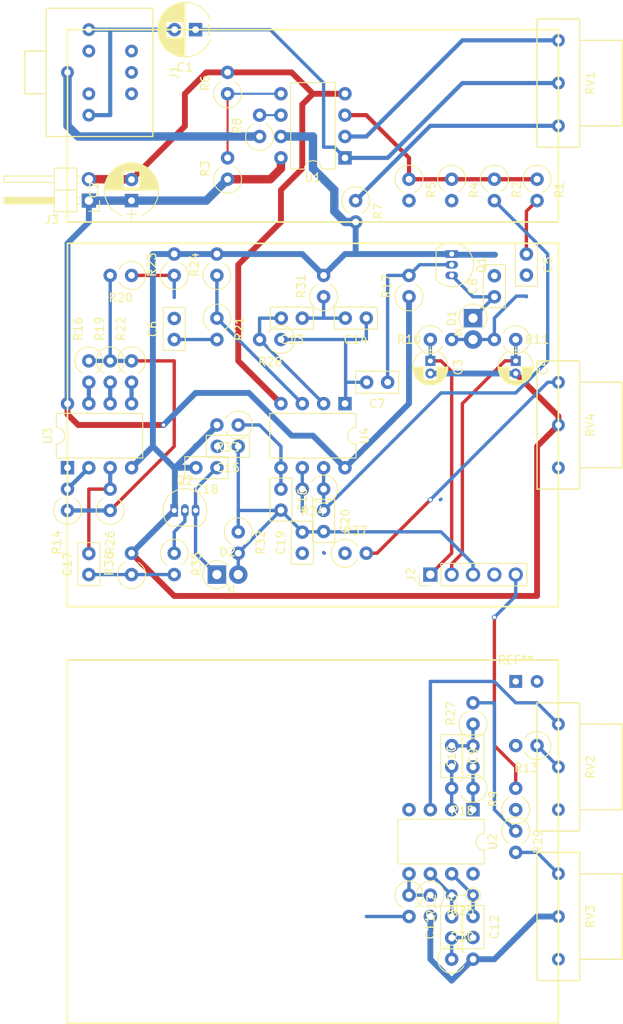
<source format=kicad_pcb>
(kicad_pcb (version 4) (host pcbnew 4.0.7)
  (layers (0 F.Cu signal) (31 B.Cu signal) (34 B.Paste user hide) (35 F.Paste user hide) (36 B.SilkS user hide) (37 F.SilkS user) (38 B.Mask user hide) (39 F.Mask user hide) (44 Edge.Cuts user))
  (net 0 "")
  (net 1 "Net-(C1-Pad1)")
  (net 2 "Net-(C1-Pad2)")
  (net 3 +BATT)
  (net 4 -BATT)
  (net 5 CH)
  (net 6 GND)
  (net 7 OH)
  (net 8 HAT_MIX)
  (net 9 "Net-(C5-Pad2)")
  (net 10 "Net-(C6-Pad1)")
  (net 11 "Net-(C6-Pad2)")
  (net 12 "Net-(C7-Pad1)")
  (net 13 "Net-(C14-Pad1)")
  (net 14 "Net-(C8-Pad1)")
  (net 15 "Net-(C10-Pad2)")
  (net 16 "Net-(C9-Pad2)")
  (net 17 BD_MIX)
  (net 18 "Net-(C11-Pad1)")
  (net 19 "Net-(C11-Pad2)")
  (net 20 HT_MIX)
  (net 21 "Net-(C13-Pad1)")
  (net 22 "Net-(C13-Pad2)")
  (net 23 SD)
  (net 24 "Net-(C16-Pad1)")
  (net 25 "Net-(C16-Pad2)")
  (net 26 "Net-(C17-Pad1)")
  (net 27 "Net-(C17-Pad2)")
  (net 28 "Net-(C18-Pad1)")
  (net 29 "Net-(C19-Pad1)")
  (net 30 "Net-(C19-Pad2)")
  (net 31 SD_MIX)
  (net 32 HT)
  (net 33 BD)
  (net 34 "Net-(Q2-Pad2)")
  (net 35 "Net-(R1-Pad1)")
  (net 36 "Net-(R3-Pad2)")
  (net 37 "Net-(R7-Pad1)")
  (net 38 "Net-(R8-Pad2)")
  (net 39 "Net-(R9-Pad1)")
  (net 40 "Net-(R12-Pad1)")
  (net 41 "Net-(R13-Pad1)")
  (net 42 "Net-(R14-Pad1)")
  (net 43 "Net-(R14-Pad2)")
  (net 44 "Net-(R16-Pad2)")
  (net 45 "Net-(R19-Pad2)")
  (net 46 "Net-(R21-Pad1)")
  (net 47 "Net-(R22-Pad2)")
  (net 48 "Net-(R27-Pad2)")
  (net 49 "Net-(R29-Pad2)")
  (net 50 "Net-(R37-Pad2)")
  (net 51 "Net-(RV1-Pad2)")
  (net 52 "Net-(RV2-Pad2)")
  (net 53 "Net-(RV3-Pad1)")
  (net 54 "Net-(RV4-Pad1)")
  (net 55 "Net-(U3-Pad1)")
  (net 56 "Net-(J1-Pad6)")
  (net 57 "Net-(J1-Pad4)")
  (net 58 "Net-(J1-Pad5)")
  (module Resistors_THT:R_Axial_DIN0309_L9.0mm_D3.2mm_P2.54mm_Vertical (layer F.Cu) (at 93.98 53.34 270)
    (fp_text reference R21 (at 1.27 -2.66 270) (layer F.SilkS))
    (fp_text value 22K)
    (pad 1 thru_hole circle (at 0 0 270) (size 1.6 1.6) (drill 0.8) (layers *.Cu *.Mask) (net 46 "Net-(R21-Pad1)"))
    (pad 2 thru_hole oval (at 2.54 0 270) (size 1.6 1.6) (drill 0.8) (layers *.Cu *.Mask) (net 10 "Net-(C6-Pad1)"))
  )
  (module Housings_DIP:DIP-8_W7.62mm (layer F.Cu) (at 109.22 63.5 270)
    (fp_text reference U4 (at 3.81 -2.33 270) (layer F.SilkS))
    (fp_text value TL072)
    (pad 1 thru_hole rect (at 0 0 270) (size 1.6 1.6) (drill 0.8) (layers *.Cu *.Mask) (net 13 "Net-(C14-Pad1)"))
    (pad 5 thru_hole oval (at 7.62 7.62 270) (size 1.6 1.6) (drill 0.8) (layers *.Cu *.Mask) (net 24 "Net-(C16-Pad1)"))
    (pad 2 thru_hole oval (at 0 2.54 270) (size 1.6 1.6) (drill 0.8) (layers *.Cu *.Mask) (net 22 "Net-(C13-Pad2)"))
    (pad 6 thru_hole oval (at 7.62 5.08 270) (size 1.6 1.6) (drill 0.8) (layers *.Cu *.Mask) (net 30 "Net-(C19-Pad2)"))
    (pad 3 thru_hole oval (at 0 5.08 270) (size 1.6 1.6) (drill 0.8) (layers *.Cu *.Mask) (net 46 "Net-(R21-Pad1)"))
    (pad 7 thru_hole oval (at 7.62 2.54 270) (size 1.6 1.6) (drill 0.8) (layers *.Cu *.Mask) (net 31 SD_MIX))
    (pad 4 thru_hole oval (at 0 7.62 270) (size 1.6 1.6) (drill 0.8) (layers *.Cu *.Mask) (net 4 -BATT))
    (pad 8 thru_hole oval (at 7.62 0 270) (size 1.6 1.6) (drill 0.8) (layers *.Cu *.Mask) (net 3 +BATT))
  )
  (module Capacitors_THT:CP_Radial_D6.3mm_P2.50mm (layer F.Cu) (at 91.44 19.05 180)
    (fp_text reference C1 (at 1.25 -4.46 180) (layer F.SilkS))
    (fp_text value 220u)
    (pad 1 thru_hole rect (at 0 0 180) (size 1.6 1.6) (drill 0.8) (layers *.Cu *.Mask) (net 1 "Net-(C1-Pad1)"))
    (pad 2 thru_hole circle (at 2.5 0 180) (size 1.6 1.6) (drill 0.8) (layers *.Cu *.Mask) (net 2 "Net-(C1-Pad2)"))
  )
  (module Capacitors_THT:CP_Radial_D6.3mm_P2.50mm (layer F.Cu) (at 83.82 39.37 90)
    (fp_text reference C2 (at 1.25 -4.46 90) (layer F.SilkS))
    (fp_text value 220u)
    (pad 1 thru_hole rect (at 0 0 90) (size 1.6 1.6) (drill 0.8) (layers *.Cu *.Mask) (net 3 +BATT))
    (pad 2 thru_hole circle (at 2.5 0 90) (size 1.6 1.6) (drill 0.8) (layers *.Cu *.Mask) (net 4 -BATT))
  )
  (module Capacitors_THT:CP_Radial_D4.0mm_P1.50mm (layer F.Cu) (at 119.38 58.42 270)
    (fp_text reference C3 (at 0.75 -3.31 270) (layer F.SilkS))
    (fp_text value 1u)
    (pad 1 thru_hole rect (at 0 0 270) (size 1.2 1.2) (drill 0.6) (layers *.Cu *.Mask) (net 5 CH))
    (pad 2 thru_hole circle (at 1.5 0 270) (size 1.2 1.2) (drill 0.6) (layers *.Cu *.Mask) (net 6 GND))
  )
  (module Capacitors_THT:CP_Radial_D4.0mm_P1.50mm (layer F.Cu) (at 129.54 58.42 270)
    (fp_text reference C4 (at 0.75 -3.31 270) (layer F.SilkS))
    (fp_text value 2u2)
    (pad 1 thru_hole rect (at 0 0 270) (size 1.2 1.2) (drill 0.6) (layers *.Cu *.Mask) (net 7 OH))
    (pad 2 thru_hole circle (at 1.5 0 270) (size 1.2 1.2) (drill 0.6) (layers *.Cu *.Mask) (net 6 GND))
  )
  (module Diodes_THT:D_DO-41_SOD81_P2.54mm_Vertical_AnodeUp (layer F.Cu) (at 124.46 53.34 270)
    (fp_text reference D1 (at 0 2.54 270) (layer F.SilkS))
    (fp_text value D)
    (pad 1 thru_hole rect (at 0 0 270) (size 2.2 2.2) (drill 1.1) (layers *.Cu *.Mask) (net 14 "Net-(C8-Pad1)"))
    (pad 2 thru_hole oval (at 2.54 0 270) (size 2.2 2.2) (drill 1.1) (layers *.Cu *.Mask) (net 9 "Net-(C5-Pad2)"))
  )
  (module Diodes_THT:D_DO-41_SOD81_P2.54mm_Vertical_AnodeUp (layer F.Cu) (at 93.98 83.82)
    (fp_text reference D2 (at 1.27 -2.690635) (layer F.SilkS))
    (fp_text value D)
    (pad 1 thru_hole rect (at 0 0) (size 2.2 2.2) (drill 1.1) (layers *.Cu *.Mask) (net 28 "Net-(C18-Pad1)"))
    (pad 2 thru_hole oval (at 2.54 0) (size 2.2 2.2) (drill 1.1) (layers *.Cu *.Mask) (net 25 "Net-(C16-Pad2)"))
  )
  (module Pin_Headers:Pin_Header_Straight_1x05_Pitch2.54mm (layer F.Cu) (at 119.38 83.82 90)
    (fp_text reference J2 (at 0 -2.33 90) (layer F.SilkS))
    (fp_text value MIDIMonkey)
    (pad 1 thru_hole rect (at 0 0 90) (size 1.7 1.7) (drill 1) (layers *.Cu *.Mask) (net 5 CH))
    (pad 2 thru_hole oval (at 0 2.54 90) (size 1.7 1.7) (drill 1) (layers *.Cu *.Mask) (net 7 OH))
    (pad 3 thru_hole oval (at 0 5.08 90) (size 1.7 1.7) (drill 1) (layers *.Cu *.Mask) (net 23 SD))
    (pad 4 thru_hole oval (at 0 7.62 90) (size 1.7 1.7) (drill 1) (layers *.Cu *.Mask) (net 32 HT))
    (pad 5 thru_hole oval (at 0 10.16 90) (size 1.7 1.7) (drill 1) (layers *.Cu *.Mask) (net 33 BD))
  )
  (module TO_SOT_Packages_THT:TO-92_Inline_Narrow_Oval (layer F.Cu) (at 121.92 45.72 270)
    (fp_text reference Q1 (at 1.27 -3.56 270) (layer F.SilkS))
    (fp_text value 2N3904)
    (pad 2 thru_hole oval (at 1.27 0 90) (size 0.9 1.5) (drill 0.6) (layers *.Cu *.Mask) (net 12 "Net-(C7-Pad1)"))
    (pad 3 thru_hole oval (at 2.54 0 90) (size 0.9 1.5) (drill 0.6) (layers *.Cu *.Mask) (net 14 "Net-(C8-Pad1)"))
    (pad 1 thru_hole rect (at 0 0 90) (size 0.9 1.5) (drill 0.6) (layers *.Cu *.Mask) (net 6 GND))
  )
  (module TO_SOT_Packages_THT:TO-92_Inline_Narrow_Oval (layer F.Cu) (at 88.9 76.2)
    (fp_text reference Q2 (at 1.27 -3.56) (layer F.SilkS))
    (fp_text value 2N3904)
    (pad 2 thru_hole oval (at 1.27 0 180) (size 0.9 1.5) (drill 0.6) (layers *.Cu *.Mask) (net 34 "Net-(Q2-Pad2)"))
    (pad 3 thru_hole oval (at 2.54 0 180) (size 0.9 1.5) (drill 0.6) (layers *.Cu *.Mask) (net 28 "Net-(C18-Pad1)"))
    (pad 1 thru_hole rect (at 0 0 180) (size 0.9 1.5) (drill 0.6) (layers *.Cu *.Mask) (net 6 GND))
  )
  (module Resistors_THT:R_Axial_DIN0309_L9.0mm_D3.2mm_P2.54mm_Vertical (layer F.Cu) (at 132.08 36.83 270)
    (fp_text reference R1 (at 1.27 -2.66 270) (layer F.SilkS))
    (fp_text value 6K8)
    (pad 1 thru_hole circle (at 0 0 270) (size 1.6 1.6) (drill 0.8) (layers *.Cu *.Mask) (net 35 "Net-(R1-Pad1)"))
    (pad 2 thru_hole oval (at 2.54 0 270) (size 1.6 1.6) (drill 0.8) (layers *.Cu *.Mask) (net 8 HAT_MIX))
  )
  (module Resistors_THT:R_Axial_DIN0309_L9.0mm_D3.2mm_P2.54mm_Vertical (layer F.Cu) (at 127 36.83 270)
    (fp_text reference R2 (at 1.27 -2.66 270) (layer F.SilkS))
    (fp_text value 10K)
    (pad 1 thru_hole circle (at 0 0 270) (size 1.6 1.6) (drill 0.8) (layers *.Cu *.Mask) (net 35 "Net-(R1-Pad1)"))
    (pad 2 thru_hole oval (at 2.54 0 270) (size 1.6 1.6) (drill 0.8) (layers *.Cu *.Mask) (net 31 SD_MIX))
  )
  (module Resistors_THT:R_Axial_DIN0309_L9.0mm_D3.2mm_P2.54mm_Vertical (layer F.Cu) (at 95.25 36.83 90)
    (fp_text reference R3 (at 1.27 -2.66 90) (layer F.SilkS))
    (fp_text value 5K1)
    (pad 1 thru_hole circle (at 0 0 90) (size 1.6 1.6) (drill 0.8) (layers *.Cu *.Mask) (net 3 +BATT))
    (pad 2 thru_hole oval (at 2.54 0 90) (size 1.6 1.6) (drill 0.8) (layers *.Cu *.Mask) (net 36 "Net-(R3-Pad2)"))
  )
  (module Resistors_THT:R_Axial_DIN0309_L9.0mm_D3.2mm_P2.54mm_Vertical (layer F.Cu) (at 121.92 36.83 270)
    (fp_text reference R4 (at 1.27 -2.66 270) (layer F.SilkS))
    (fp_text value 20K)
    (pad 1 thru_hole circle (at 0 0 270) (size 1.6 1.6) (drill 0.8) (layers *.Cu *.Mask) (net 35 "Net-(R1-Pad1)"))
    (pad 2 thru_hole oval (at 2.54 0 270) (size 1.6 1.6) (drill 0.8) (layers *.Cu *.Mask) (net 17 BD_MIX))
  )
  (module Resistors_THT:R_Axial_DIN0309_L9.0mm_D3.2mm_P2.54mm_Vertical (layer F.Cu) (at 116.84 36.83 270)
    (fp_text reference R5 (at 1.27 -2.66 270) (layer F.SilkS))
    (fp_text value 10K)
    (pad 1 thru_hole circle (at 0 0 270) (size 1.6 1.6) (drill 0.8) (layers *.Cu *.Mask) (net 35 "Net-(R1-Pad1)"))
    (pad 2 thru_hole oval (at 2.54 0 270) (size 1.6 1.6) (drill 0.8) (layers *.Cu *.Mask) (net 20 HT_MIX))
  )
  (module Resistors_THT:R_Axial_DIN0309_L9.0mm_D3.2mm_P2.54mm_Vertical (layer F.Cu) (at 95.25 26.67 90)
    (fp_text reference R6 (at 1.27 -2.66 90) (layer F.SilkS))
    (fp_text value 5K1)
    (pad 1 thru_hole circle (at 0 0 90) (size 1.6 1.6) (drill 0.8) (layers *.Cu *.Mask) (net 36 "Net-(R3-Pad2)"))
    (pad 2 thru_hole oval (at 2.54 0 90) (size 1.6 1.6) (drill 0.8) (layers *.Cu *.Mask) (net 4 -BATT))
  )
  (module Resistors_THT:R_Axial_DIN0309_L9.0mm_D3.2mm_P2.54mm_Vertical (layer F.Cu) (at 110.49 39.37 270)
    (fp_text reference R7 (at 1.27 -2.66 270) (layer F.SilkS))
    (fp_text value 5K)
    (pad 1 thru_hole circle (at 0 0 270) (size 1.6 1.6) (drill 0.8) (layers *.Cu *.Mask) (net 37 "Net-(R7-Pad1)"))
    (pad 2 thru_hole oval (at 2.54 0 270) (size 1.6 1.6) (drill 0.8) (layers *.Cu *.Mask) (net 6 GND))
  )
  (module Resistors_THT:R_Axial_DIN0309_L9.0mm_D3.2mm_P2.54mm_Vertical (layer F.Cu) (at 99.06 31.75 90)
    (fp_text reference R8 (at 1.27 -2.66 90) (layer F.SilkS))
    (fp_text value 1K)
    (pad 1 thru_hole circle (at 0 0 90) (size 1.6 1.6) (drill 0.8) (layers *.Cu *.Mask) (net 6 GND))
    (pad 2 thru_hole oval (at 2.54 0 90) (size 1.6 1.6) (drill 0.8) (layers *.Cu *.Mask) (net 38 "Net-(R8-Pad2)"))
  )
  (module Resistors_THT:R_Axial_DIN0309_L9.0mm_D3.2mm_P2.54mm_Vertical (layer F.Cu) (at 129.54 111.76 90)
    (fp_text reference R9 (at 1.27 -2.66 90) (layer F.SilkS))
    (fp_text value 10K)
    (pad 1 thru_hole circle (at 0 0 90) (size 1.6 1.6) (drill 0.8) (layers *.Cu *.Mask) (net 39 "Net-(R9-Pad1)"))
    (pad 2 thru_hole oval (at 2.54 0 90) (size 1.6 1.6) (drill 0.8) (layers *.Cu *.Mask) (net 33 BD))
  )
  (module Resistors_THT:R_Axial_DIN0309_L9.0mm_D3.2mm_P2.54mm_Vertical (layer F.Cu) (at 119.38 55.88)
    (fp_text reference R10 (at -2.54 0) (layer F.SilkS))
    (fp_text value 47K)
    (pad 1 thru_hole circle (at 0 0) (size 1.6 1.6) (drill 0.8) (layers *.Cu *.Mask) (net 5 CH))
    (pad 2 thru_hole oval (at 2.54 0) (size 1.6 1.6) (drill 0.8) (layers *.Cu *.Mask) (net 9 "Net-(C5-Pad2)"))
  )
  (module Resistors_THT:R_Axial_DIN0309_L9.0mm_D3.2mm_P2.54mm_Vertical (layer F.Cu) (at 129.54 55.88 180)
    (fp_text reference R11 (at -2.54 0 180) (layer F.SilkS))
    (fp_text value 47K)
    (pad 1 thru_hole circle (at 0 0 180) (size 1.6 1.6) (drill 0.8) (layers *.Cu *.Mask) (net 7 OH))
    (pad 2 thru_hole oval (at 2.54 0 180) (size 1.6 1.6) (drill 0.8) (layers *.Cu *.Mask) (net 9 "Net-(C5-Pad2)"))
  )
  (module Resistors_THT:R_Axial_DIN0309_L9.0mm_D3.2mm_P2.54mm_Vertical (layer F.Cu) (at 116.84 121.92 270)
    (fp_text reference R12 (at 1.27 -2.66 270) (layer F.SilkS))
    (fp_text value 47K)
    (pad 1 thru_hole circle (at 0 0 270) (size 1.6 1.6) (drill 0.8) (layers *.Cu *.Mask) (net 40 "Net-(R12-Pad1)"))
    (pad 2 thru_hole oval (at 2.54 0 270) (size 1.6 1.6) (drill 0.8) (layers *.Cu *.Mask) (net 32 HT))
  )
  (module Resistors_THT:R_Axial_DIN0309_L9.0mm_D3.2mm_P2.54mm_Vertical (layer F.Cu) (at 132.08 104.14 180)
    (fp_text reference R13 (at 1.27 -2.66 180) (layer F.SilkS))
    (fp_text value 200)
    (pad 1 thru_hole circle (at 0 0 180) (size 1.6 1.6) (drill 0.8) (layers *.Cu *.Mask) (net 41 "Net-(R13-Pad1)"))
    (pad 2 thru_hole oval (at 2.54 0 180) (size 1.6 1.6) (drill 0.8) (layers *.Cu *.Mask) (net 6 GND))
  )
  (module Resistors_THT:R_Axial_DIN0309_L9.0mm_D3.2mm_P2.54mm_Vertical (layer F.Cu) (at 76.2 76.2 90)
    (fp_text reference R14 (at -3.81 -1.27 90) (layer F.SilkS))
    (fp_text value 100K)
    (pad 1 thru_hole circle (at 0 0 90) (size 1.6 1.6) (drill 0.8) (layers *.Cu *.Mask) (net 42 "Net-(R14-Pad1)"))
    (pad 2 thru_hole oval (at 2.54 0 90) (size 1.6 1.6) (drill 0.8) (layers *.Cu *.Mask) (net 43 "Net-(R14-Pad2)"))
  )
  (module Resistors_THT:R_Axial_DIN0309_L9.0mm_D3.2mm_P2.54mm_Vertical (layer F.Cu) (at 119.38 121.92 270)
    (fp_text reference R15 (at 1.27 -2.66 270) (layer F.SilkS))
    (fp_text value 1K)
    (pad 1 thru_hole circle (at 0 0 270) (size 1.6 1.6) (drill 0.8) (layers *.Cu *.Mask) (net 40 "Net-(R12-Pad1)"))
    (pad 2 thru_hole oval (at 2.54 0 270) (size 1.6 1.6) (drill 0.8) (layers *.Cu *.Mask) (net 6 GND))
  )
  (module Resistors_THT:R_Axial_DIN0309_L9.0mm_D3.2mm_P2.54mm_Vertical (layer F.Cu) (at 78.74 58.42 270)
    (fp_text reference R16 (at -3.81 1.27 270) (layer F.SilkS))
    (fp_text value 100K)
    (pad 1 thru_hole circle (at 0 0 270) (size 1.6 1.6) (drill 0.8) (layers *.Cu *.Mask) (net 42 "Net-(R14-Pad1)"))
    (pad 2 thru_hole oval (at 2.54 0 270) (size 1.6 1.6) (drill 0.8) (layers *.Cu *.Mask) (net 44 "Net-(R16-Pad2)"))
  )
  (module Resistors_THT:R_Axial_DIN0309_L9.0mm_D3.2mm_P2.54mm_Vertical (layer F.Cu) (at 116.84 50.8 90)
    (fp_text reference R17 (at 1.27 -2.66 90) (layer F.SilkS))
    (fp_text value 1M)
    (pad 1 thru_hole circle (at 0 0 90) (size 1.6 1.6) (drill 0.8) (layers *.Cu *.Mask) (net 3 +BATT))
    (pad 2 thru_hole oval (at 2.54 0 90) (size 1.6 1.6) (drill 0.8) (layers *.Cu *.Mask) (net 12 "Net-(C7-Pad1)"))
  )
  (module Resistors_THT:R_Axial_DIN0309_L9.0mm_D3.2mm_P2.54mm_Vertical (layer F.Cu) (at 124.46 109.22 180)
    (fp_text reference R18 (at 1.27 -2.66 180) (layer F.SilkS))
    (fp_text value 1M)
    (pad 1 thru_hole circle (at 0 0 180) (size 1.6 1.6) (drill 0.8) (layers *.Cu *.Mask) (net 17 BD_MIX))
    (pad 2 thru_hole oval (at 2.54 0 180) (size 1.6 1.6) (drill 0.8) (layers *.Cu *.Mask) (net 16 "Net-(C9-Pad2)"))
  )
  (module Resistors_THT:R_Axial_DIN0309_L9.0mm_D3.2mm_P2.54mm_Vertical (layer F.Cu) (at 81.28 58.42 270)
    (fp_text reference R19 (at -3.81 1.27 270) (layer F.SilkS))
    (fp_text value 100K)
    (pad 1 thru_hole circle (at 0 0 270) (size 1.6 1.6) (drill 0.8) (layers *.Cu *.Mask) (net 42 "Net-(R14-Pad1)"))
    (pad 2 thru_hole oval (at 2.54 0 270) (size 1.6 1.6) (drill 0.8) (layers *.Cu *.Mask) (net 45 "Net-(R19-Pad2)"))
  )
  (module Resistors_THT:R_Axial_DIN0309_L9.0mm_D3.2mm_P2.54mm_Vertical (layer F.Cu) (at 83.82 48.26 180)
    (fp_text reference R20 (at 1.27 -2.66 180) (layer F.SilkS))
    (fp_text value 1M)
    (pad 1 thru_hole circle (at 0 0 180) (size 1.6 1.6) (drill 0.8) (layers *.Cu *.Mask) (net 11 "Net-(C6-Pad2)"))
    (pad 2 thru_hole oval (at 2.54 0 180) (size 1.6 1.6) (drill 0.8) (layers *.Cu *.Mask) (net 42 "Net-(R14-Pad1)"))
  )
  (module Resistors_THT:R_Axial_DIN0309_L9.0mm_D3.2mm_P2.54mm_Vertical (layer F.Cu) (at 83.82 58.42 270)
    (fp_text reference R22 (at -3.81 1.27 270) (layer F.SilkS))
    (fp_text value 100K)
    (pad 1 thru_hole circle (at 0 0 270) (size 1.6 1.6) (drill 0.8) (layers *.Cu *.Mask) (net 42 "Net-(R14-Pad1)"))
    (pad 2 thru_hole oval (at 2.54 0 270) (size 1.6 1.6) (drill 0.8) (layers *.Cu *.Mask) (net 47 "Net-(R22-Pad2)"))
  )
  (module Resistors_THT:R_Axial_DIN0309_L9.0mm_D3.2mm_P2.54mm_Vertical (layer F.Cu) (at 88.9 48.26 90)
    (fp_text reference R23 (at 1.27 -2.66 90) (layer F.SilkS))
    (fp_text value 10K)
    (pad 1 thru_hole circle (at 0 0 90) (size 1.6 1.6) (drill 0.8) (layers *.Cu *.Mask) (net 11 "Net-(C6-Pad2)"))
    (pad 2 thru_hole oval (at 2.54 0 90) (size 1.6 1.6) (drill 0.8) (layers *.Cu *.Mask) (net 6 GND))
  )
  (module Resistors_THT:R_Axial_DIN0309_L9.0mm_D3.2mm_P2.54mm_Vertical (layer F.Cu) (at 93.98 48.26 90)
    (fp_text reference R24 (at 1.27 -2.66 90) (layer F.SilkS))
    (fp_text value 10K)
    (pad 1 thru_hole circle (at 0 0 90) (size 1.6 1.6) (drill 0.8) (layers *.Cu *.Mask) (net 46 "Net-(R21-Pad1)"))
    (pad 2 thru_hole oval (at 2.54 0 90) (size 1.6 1.6) (drill 0.8) (layers *.Cu *.Mask) (net 6 GND))
  )
  (module Resistors_THT:R_Axial_DIN0309_L9.0mm_D3.2mm_P2.54mm_Vertical (layer F.Cu) (at 81.28 76.2 90)
    (fp_text reference R26 (at -3.81 0 90) (layer F.SilkS))
    (fp_text value 1M)
    (pad 1 thru_hole circle (at 0 0 90) (size 1.6 1.6) (drill 0.8) (layers *.Cu *.Mask) (net 42 "Net-(R14-Pad1)"))
    (pad 2 thru_hole oval (at 2.54 0 90) (size 1.6 1.6) (drill 0.8) (layers *.Cu *.Mask) (net 27 "Net-(C17-Pad2)"))
  )
  (module Resistors_THT:R_Axial_DIN0309_L9.0mm_D3.2mm_P2.54mm_Vertical (layer F.Cu) (at 124.46 101.6 90)
    (fp_text reference R27 (at 1.27 -2.66 90) (layer F.SilkS))
    (fp_text value 1K)
    (pad 1 thru_hole circle (at 0 0 90) (size 1.6 1.6) (drill 0.8) (layers *.Cu *.Mask) (net 15 "Net-(C10-Pad2)"))
    (pad 2 thru_hole oval (at 2.54 0 90) (size 1.6 1.6) (drill 0.8) (layers *.Cu *.Mask) (net 48 "Net-(R27-Pad2)"))
  )
  (module Resistors_THT:R_Axial_DIN0309_L9.0mm_D3.2mm_P2.54mm_Vertical (layer F.Cu) (at 101.6 55.88 180)
    (fp_text reference R28 (at 1.27 -2.66 180) (layer F.SilkS))
    (fp_text value 82K)
    (pad 1 thru_hole circle (at 0 0 180) (size 1.6 1.6) (drill 0.8) (layers *.Cu *.Mask) (net 13 "Net-(C14-Pad1)"))
    (pad 2 thru_hole oval (at 2.54 0 180) (size 1.6 1.6) (drill 0.8) (layers *.Cu *.Mask) (net 22 "Net-(C13-Pad2)"))
  )
  (module Resistors_THT:R_Axial_DIN0309_L9.0mm_D3.2mm_P2.54mm_Vertical (layer F.Cu) (at 129.54 114.3 270)
    (fp_text reference R29 (at 1.27 -2.66 270) (layer F.SilkS))
    (fp_text value 330)
    (pad 1 thru_hole circle (at 0 0 270) (size 1.6 1.6) (drill 0.8) (layers *.Cu *.Mask) (net 48 "Net-(R27-Pad2)"))
    (pad 2 thru_hole oval (at 2.54 0 270) (size 1.6 1.6) (drill 0.8) (layers *.Cu *.Mask) (net 49 "Net-(R29-Pad2)"))
  )
  (module Resistors_THT:R_Axial_DIN0309_L9.0mm_D3.2mm_P2.54mm_Vertical (layer F.Cu) (at 121.92 129.54)
    (fp_text reference R30 (at 1.27 -2.66) (layer F.SilkS))
    (fp_text value 1K)
    (pad 1 thru_hole circle (at 0 0) (size 1.6 1.6) (drill 0.8) (layers *.Cu *.Mask) (net 18 "Net-(C11-Pad1)"))
    (pad 2 thru_hole oval (at 2.54 0) (size 1.6 1.6) (drill 0.8) (layers *.Cu *.Mask) (net 6 GND))
  )
  (module Resistors_THT:R_Axial_DIN0309_L9.0mm_D3.2mm_P2.54mm_Vertical (layer F.Cu) (at 106.68 50.8 90)
    (fp_text reference R31 (at 1.27 -2.66 90) (layer F.SilkS))
    (fp_text value 560)
    (pad 1 thru_hole circle (at 0 0 90) (size 1.6 1.6) (drill 0.8) (layers *.Cu *.Mask) (net 21 "Net-(C13-Pad1)"))
    (pad 2 thru_hole oval (at 2.54 0 90) (size 1.6 1.6) (drill 0.8) (layers *.Cu *.Mask) (net 6 GND))
  )
  (module Resistors_THT:R_Axial_DIN0309_L9.0mm_D3.2mm_P2.54mm_Vertical (layer F.Cu) (at 96.52 78.74 270)
    (fp_text reference R32 (at 1.27 -2.66 270) (layer F.SilkS))
    (fp_text value 100K)
    (pad 1 thru_hole circle (at 0 0 270) (size 1.6 1.6) (drill 0.8) (layers *.Cu *.Mask) (net 23 SD))
    (pad 2 thru_hole oval (at 2.54 0 270) (size 1.6 1.6) (drill 0.8) (layers *.Cu *.Mask) (net 25 "Net-(C16-Pad2)"))
  )
  (module Resistors_THT:R_Axial_DIN0309_L9.0mm_D3.2mm_P2.54mm_Vertical (layer F.Cu) (at 96.52 66.04 180)
    (fp_text reference R33 (at 1.27 -2.66 180) (layer F.SilkS))
    (fp_text value 1K)
    (pad 1 thru_hole circle (at 0 0 180) (size 1.6 1.6) (drill 0.8) (layers *.Cu *.Mask) (net 24 "Net-(C16-Pad1)"))
    (pad 2 thru_hole oval (at 2.54 0 180) (size 1.6 1.6) (drill 0.8) (layers *.Cu *.Mask) (net 6 GND))
  )
  (module Resistors_THT:R_Axial_DIN0309_L9.0mm_D3.2mm_P2.54mm_Vertical (layer F.Cu) (at 106.68 73.66 180)
    (fp_text reference R34 (at 1.27 -2.66 180) (layer F.SilkS))
    (fp_text value 1M)
    (pad 1 thru_hole circle (at 0 0 180) (size 1.6 1.6) (drill 0.8) (layers *.Cu *.Mask) (net 31 SD_MIX))
    (pad 2 thru_hole oval (at 2.54 0 180) (size 1.6 1.6) (drill 0.8) (layers *.Cu *.Mask) (net 30 "Net-(C19-Pad2)"))
  )
  (module Resistors_THT:R_Axial_DIN0309_L9.0mm_D3.2mm_P2.54mm_Vertical (layer F.Cu) (at 88.9 81.28 270)
    (fp_text reference R35 (at 1.27 -2.66 270) (layer F.SilkS))
    (fp_text value 1M)
    (pad 1 thru_hole circle (at 0 0 270) (size 1.6 1.6) (drill 0.8) (layers *.Cu *.Mask) (net 34 "Net-(Q2-Pad2)"))
    (pad 2 thru_hole oval (at 2.54 0 270) (size 1.6 1.6) (drill 0.8) (layers *.Cu *.Mask) (net 26 "Net-(C17-Pad1)"))
  )
  (module Resistors_THT:R_Axial_DIN0309_L9.0mm_D3.2mm_P2.54mm_Vertical (layer F.Cu) (at 83.82 83.82 90)
    (fp_text reference R36 (at 1.27 -2.66 90) (layer F.SilkS))
    (fp_text value 1M)
    (pad 1 thru_hole circle (at 0 0 90) (size 1.6 1.6) (drill 0.8) (layers *.Cu *.Mask) (net 26 "Net-(C17-Pad1)"))
    (pad 2 thru_hole oval (at 2.54 0 90) (size 1.6 1.6) (drill 0.8) (layers *.Cu *.Mask) (net 6 GND))
  )
  (module Resistors_THT:R_Axial_DIN0309_L9.0mm_D3.2mm_P2.54mm_Vertical (layer F.Cu) (at 109.22 81.28)
    (fp_text reference R37 (at 1.27 -2.66) (layer F.SilkS))
    (fp_text value 330)
    (pad 1 thru_hole circle (at 0 0) (size 1.6 1.6) (drill 0.8) (layers *.Cu *.Mask) (net 29 "Net-(C19-Pad1)"))
    (pad 2 thru_hole oval (at 2.54 0) (size 1.6 1.6) (drill 0.8) (layers *.Cu *.Mask) (net 50 "Net-(R37-Pad2)"))
  )
  (module Housings_DIP:DIP-8_W7.62mm (layer F.Cu) (at 109.22 34.29 180)
    (fp_text reference U1 (at 3.81 -2.33 180) (layer F.SilkS))
    (fp_text value NE5532)
    (pad 1 thru_hole rect (at 0 0 180) (size 1.6 1.6) (drill 0.8) (layers *.Cu *.Mask) (net 1 "Net-(C1-Pad1)"))
    (pad 5 thru_hole oval (at 7.62 7.62 180) (size 1.6 1.6) (drill 0.8) (layers *.Cu *.Mask) (net 36 "Net-(R3-Pad2)"))
    (pad 2 thru_hole oval (at 0 2.54 180) (size 1.6 1.6) (drill 0.8) (layers *.Cu *.Mask) (net 51 "Net-(RV1-Pad2)"))
    (pad 6 thru_hole oval (at 7.62 5.08 180) (size 1.6 1.6) (drill 0.8) (layers *.Cu *.Mask) (net 38 "Net-(R8-Pad2)"))
    (pad 3 thru_hole oval (at 0 5.08 180) (size 1.6 1.6) (drill 0.8) (layers *.Cu *.Mask) (net 35 "Net-(R1-Pad1)"))
    (pad 7 thru_hole oval (at 7.62 2.54 180) (size 1.6 1.6) (drill 0.8) (layers *.Cu *.Mask) (net 6 GND))
    (pad 4 thru_hole oval (at 0 7.62 180) (size 1.6 1.6) (drill 0.8) (layers *.Cu *.Mask) (net 4 -BATT))
    (pad 8 thru_hole oval (at 7.62 0 180) (size 1.6 1.6) (drill 0.8) (layers *.Cu *.Mask) (net 3 +BATT))
  )
  (module Housings_DIP:DIP-8_W7.62mm (layer F.Cu) (at 124.46 111.76 270)
    (fp_text reference U2 (at 3.81 -2.33 270) (layer F.SilkS))
    (fp_text value TL072)
    (pad 1 thru_hole rect (at 0 0 270) (size 1.6 1.6) (drill 0.8) (layers *.Cu *.Mask) (net 17 BD_MIX))
    (pad 5 thru_hole oval (at 7.62 7.62 270) (size 1.6 1.6) (drill 0.8) (layers *.Cu *.Mask) (net 40 "Net-(R12-Pad1)"))
    (pad 2 thru_hole oval (at 0 2.54 270) (size 1.6 1.6) (drill 0.8) (layers *.Cu *.Mask) (net 16 "Net-(C9-Pad2)"))
    (pad 6 thru_hole oval (at 7.62 5.08 270) (size 1.6 1.6) (drill 0.8) (layers *.Cu *.Mask) (net 19 "Net-(C11-Pad2)"))
    (pad 3 thru_hole oval (at 0 5.08 270) (size 1.6 1.6) (drill 0.8) (layers *.Cu *.Mask) (net 52 "Net-(RV2-Pad2)"))
    (pad 7 thru_hole oval (at 7.62 2.54 270) (size 1.6 1.6) (drill 0.8) (layers *.Cu *.Mask) (net 20 HT_MIX))
    (pad 4 thru_hole oval (at 0 7.62 270) (size 1.6 1.6) (drill 0.8) (layers *.Cu *.Mask) (net 4 -BATT))
    (pad 8 thru_hole oval (at 7.62 0 270) (size 1.6 1.6) (drill 0.8) (layers *.Cu *.Mask) (net 3 +BATT))
  )
  (module Housings_DIP:DIP-8_W7.62mm (layer F.Cu) (at 76.2 71.12 90)
    (fp_text reference U3 (at 3.81 -2.33 90) (layer F.SilkS))
    (fp_text value ATtiny85)
    (pad 1 thru_hole rect (at 0 0 90) (size 1.6 1.6) (drill 0.8) (layers *.Cu *.Mask) (net 55 "Net-(U3-Pad1)"))
    (pad 5 thru_hole oval (at 7.62 7.62 90) (size 1.6 1.6) (drill 0.8) (layers *.Cu *.Mask) (net 47 "Net-(R22-Pad2)"))
    (pad 2 thru_hole oval (at 0 2.54 90) (size 1.6 1.6) (drill 0.8) (layers *.Cu *.Mask) (net 43 "Net-(R14-Pad2)"))
    (pad 6 thru_hole oval (at 7.62 5.08 90) (size 1.6 1.6) (drill 0.8) (layers *.Cu *.Mask) (net 45 "Net-(R19-Pad2)"))
    (pad 3 thru_hole oval (at 0 5.08 90) (size 1.6 1.6) (drill 0.8) (layers *.Cu *.Mask) (net 27 "Net-(C17-Pad2)"))
    (pad 7 thru_hole oval (at 7.62 2.54 90) (size 1.6 1.6) (drill 0.8) (layers *.Cu *.Mask) (net 44 "Net-(R16-Pad2)"))
    (pad 4 thru_hole oval (at 0 7.62 90) (size 1.6 1.6) (drill 0.8) (layers *.Cu *.Mask) (net 6 GND))
    (pad 8 thru_hole oval (at 7.62 0 90) (size 1.6 1.6) (drill 0.8) (layers *.Cu *.Mask) (net 3 +BATT))
  )
  (module Aleh:JACK_3 (layer F.Cu) (at 81.28 24.13 270)
    (fp_text reference J1 (at 0 -7.62 270) (layer F.SilkS))
    (fp_text value PHONES)
    (pad 8 thru_hole circle (at -2.54 -2.54 270) (size 1.524 1.524) (drill 0.762) (layers *.Cu *.Mask))
    (pad 6 thru_hole circle (at 0 -2.54 270) (size 1.524 1.524) (drill 0.762) (layers *.Cu *.Mask) (net 56 "Net-(J1-Pad6)"))
    (pad 7 thru_hole circle (at 2.54 -2.54 270) (size 1.524 1.524) (drill 0.762) (layers *.Cu *.Mask))
    (pad 4 thru_hole circle (at 2.54 2.54 270) (size 1.524 1.524) (drill 0.762) (layers *.Cu *.Mask) (net 57 "Net-(J1-Pad4)"))
    (pad 1 thru_hole circle (at 5.08 2.54 270) (size 1.524 1.524) (drill 0.762) (layers *.Cu *.Mask) (net 2 "Net-(C1-Pad2)"))
    (pad 5 thru_hole circle (at -2.54 2.54 270) (size 1.524 1.524) (drill 0.762) (layers *.Cu *.Mask) (net 58 "Net-(J1-Pad5)"))
    (pad 2 thru_hole circle (at -5.08 2.54 270) (size 1.524 1.524) (drill 0.762) (layers *.Cu *.Mask) (net 2 "Net-(C1-Pad2)"))
    (pad 3 thru_hole circle (at 0 5.08 270) (size 1.524 1.524) (drill 0.762) (layers *.Cu *.Mask) (net 6 GND))
  )
  (module Pin_Headers:Pin_Header_Angled_1x02_Pitch2.54mm (layer F.Cu) (at 78.74 39.37 180)
    (fp_text reference J3 (at 4.385 -2.27 180) (layer F.SilkS))
    (fp_text value POWER)
    (pad 1 thru_hole rect (at 0 0 180) (size 1.7 1.7) (drill 1) (layers *.Cu *.Mask) (net 3 +BATT))
    (pad 2 thru_hole oval (at 0 2.54 180) (size 1.7 1.7) (drill 1) (layers *.Cu *.Mask) (net 4 -BATT))
  )
  (module Aleh:POT (layer F.Cu) (at 134.62 25.4 90)
    (fp_text reference RV1 (at 0 3.81 90) (layer F.SilkS))
    (fp_text value 10K)
    (pad 3 thru_hole circle (at 0 0 90) (size 1.524 1.524) (drill 0.762) (layers *.Cu *.Mask) (net 1 "Net-(C1-Pad1)"))
    (pad 2 thru_hole circle (at 5.08 0 90) (size 1.524 1.524) (drill 0.762) (layers *.Cu *.Mask) (net 51 "Net-(RV1-Pad2)"))
    (pad 1 thru_hole circle (at -5.08 0 90) (size 1.524 1.524) (drill 0.762) (layers *.Cu *.Mask) (net 37 "Net-(R7-Pad1)"))
  )
  (module Aleh:POT (layer F.Cu) (at 134.62 106.68 90)
    (fp_text reference RV2 (at 0 3.81 90) (layer F.SilkS))
    (fp_text value 10K)
    (pad 3 thru_hole circle (at 0 0 90) (size 1.524 1.524) (drill 0.762) (layers *.Cu *.Mask) (net 41 "Net-(R13-Pad1)"))
    (pad 2 thru_hole circle (at 5.08 0 90) (size 1.524 1.524) (drill 0.762) (layers *.Cu *.Mask) (net 52 "Net-(RV2-Pad2)"))
    (pad 1 thru_hole circle (at -5.08 0 90) (size 1.524 1.524) (drill 0.762) (layers *.Cu *.Mask) (net 39 "Net-(R9-Pad1)"))
  )
  (module Aleh:POT (layer F.Cu) (at 134.62 124.46 90)
    (fp_text reference RV3 (at 0 3.81 90) (layer F.SilkS))
    (fp_text value 1K)
    (pad 3 thru_hole circle (at 0 0 90) (size 1.524 1.524) (drill 0.762) (layers *.Cu *.Mask) (net 6 GND))
    (pad 2 thru_hole circle (at 5.08 0 90) (size 1.524 1.524) (drill 0.762) (layers *.Cu *.Mask) (net 49 "Net-(R29-Pad2)"))
    (pad 1 thru_hole circle (at -5.08 0 90) (size 1.524 1.524) (drill 0.762) (layers *.Cu *.Mask) (net 53 "Net-(RV3-Pad1)"))
  )
  (module Aleh:POT (layer F.Cu) (at 134.62 66.04 90)
    (fp_text reference RV4 (at 0 3.81 90) (layer F.SilkS))
    (fp_text value 1K)
    (pad 3 thru_hole circle (at 0 0 90) (size 1.524 1.524) (drill 0.762) (layers *.Cu *.Mask) (net 6 GND))
    (pad 2 thru_hole circle (at 5.08 0 90) (size 1.524 1.524) (drill 0.762) (layers *.Cu *.Mask) (net 50 "Net-(R37-Pad2)"))
    (pad 1 thru_hole circle (at -5.08 0 90) (size 1.524 1.524) (drill 0.762) (layers *.Cu *.Mask) (net 54 "Net-(RV4-Pad1)"))
  )
  (module Capacitors_THT:C_Disc_D5.0mm_W2.5mm_P2.50mm (layer F.Cu) (at 130.81 45.72 270)
    (fp_text reference C5 (at 1.25 -2.56 270) (layer F.SilkS))
    (fp_text value 100n)
    (pad 1 thru_hole circle (at 0 0 270) (size 1.6 1.6) (drill 0.8) (layers *.Cu *.Mask) (net 8 HAT_MIX))
    (pad 2 thru_hole circle (at 2.5 0 270) (size 1.6 1.6) (drill 0.8) (layers *.Cu *.Mask) (net 9 "Net-(C5-Pad2)"))
  )
  (module Capacitors_THT:C_Disc_D5.0mm_W2.5mm_P2.50mm (layer F.Cu) (at 88.9 55.88 90)
    (fp_text reference C6 (at 1.25 -2.56 90) (layer F.SilkS))
    (fp_text value 1n)
    (pad 1 thru_hole circle (at 0 0 90) (size 1.6 1.6) (drill 0.8) (layers *.Cu *.Mask) (net 10 "Net-(C6-Pad1)"))
    (pad 2 thru_hole circle (at 2.5 0 90) (size 1.6 1.6) (drill 0.8) (layers *.Cu *.Mask) (net 11 "Net-(C6-Pad2)"))
  )
  (module Capacitors_THT:C_Disc_D5.0mm_W2.5mm_P2.50mm (layer F.Cu) (at 114.3 60.96 180)
    (fp_text reference C7 (at 1.25 -2.56 180) (layer F.SilkS))
    (fp_text value 47n)
    (pad 1 thru_hole circle (at 0 0 180) (size 1.6 1.6) (drill 0.8) (layers *.Cu *.Mask) (net 12 "Net-(C7-Pad1)"))
    (pad 2 thru_hole circle (at 2.5 0 180) (size 1.6 1.6) (drill 0.8) (layers *.Cu *.Mask) (net 13 "Net-(C14-Pad1)"))
  )
  (module Capacitors_THT:C_Disc_D5.0mm_W2.5mm_P2.50mm (layer F.Cu) (at 127 50.8 90)
    (fp_text reference C8 (at 1.25 -2.56 90) (layer F.SilkS))
    (fp_text value 470p)
    (pad 1 thru_hole circle (at 0 0 90) (size 1.6 1.6) (drill 0.8) (layers *.Cu *.Mask) (net 14 "Net-(C8-Pad1)"))
    (pad 2 thru_hole circle (at 2.5 0 90) (size 1.6 1.6) (drill 0.8) (layers *.Cu *.Mask) (net 6 GND))
  )
  (module Capacitors_THT:C_Disc_D5.0mm_W2.5mm_P2.50mm (layer F.Cu) (at 121.92 104.14 270)
    (fp_text reference C9 (at 1.25 -2.56 270) (layer F.SilkS))
    (fp_text value 68n)
    (pad 1 thru_hole circle (at 0 0 270) (size 1.6 1.6) (drill 0.8) (layers *.Cu *.Mask) (net 15 "Net-(C10-Pad2)"))
    (pad 2 thru_hole circle (at 2.5 0 270) (size 1.6 1.6) (drill 0.8) (layers *.Cu *.Mask) (net 16 "Net-(C9-Pad2)"))
  )
  (module Capacitors_THT:C_Disc_D5.0mm_W2.5mm_P2.50mm (layer F.Cu) (at 124.46 106.68 90)
    (fp_text reference C10 (at 1.25 -2.56 90) (layer F.SilkS))
    (fp_text value 68n)
    (pad 1 thru_hole circle (at 0 0 90) (size 1.6 1.6) (drill 0.8) (layers *.Cu *.Mask) (net 17 BD_MIX))
    (pad 2 thru_hole circle (at 2.5 0 90) (size 1.6 1.6) (drill 0.8) (layers *.Cu *.Mask) (net 15 "Net-(C10-Pad2)"))
  )
  (module Capacitors_THT:C_Disc_D5.0mm_W2.5mm_P2.50mm (layer F.Cu) (at 121.92 127 90)
    (fp_text reference C11 (at 1.25 -2.56 90) (layer F.SilkS))
    (fp_text value 6n8)
    (pad 1 thru_hole circle (at 0 0 90) (size 1.6 1.6) (drill 0.8) (layers *.Cu *.Mask) (net 18 "Net-(C11-Pad1)"))
    (pad 2 thru_hole circle (at 2.5 0 90) (size 1.6 1.6) (drill 0.8) (layers *.Cu *.Mask) (net 19 "Net-(C11-Pad2)"))
  )
  (module Capacitors_THT:C_Disc_D5.0mm_W2.5mm_P2.50mm (layer F.Cu) (at 124.46 124.46 270)
    (fp_text reference C12 (at 1.25 -2.56 270) (layer F.SilkS))
    (fp_text value 6n8)
    (pad 1 thru_hole circle (at 0 0 270) (size 1.6 1.6) (drill 0.8) (layers *.Cu *.Mask) (net 20 HT_MIX))
    (pad 2 thru_hole circle (at 2.5 0 270) (size 1.6 1.6) (drill 0.8) (layers *.Cu *.Mask) (net 18 "Net-(C11-Pad1)"))
  )
  (module Capacitors_THT:C_Disc_D5.0mm_W2.5mm_P2.50mm (layer F.Cu) (at 104.14 53.34 180)
    (fp_text reference C13 (at 1.25 -2.56 180) (layer F.SilkS))
    (fp_text value 3.3n)
    (pad 1 thru_hole circle (at 0 0 180) (size 1.6 1.6) (drill 0.8) (layers *.Cu *.Mask) (net 21 "Net-(C13-Pad1)"))
    (pad 2 thru_hole circle (at 2.5 0 180) (size 1.6 1.6) (drill 0.8) (layers *.Cu *.Mask) (net 22 "Net-(C13-Pad2)"))
  )
  (module Capacitors_THT:C_Disc_D5.0mm_W2.5mm_P2.50mm (layer F.Cu) (at 111.76 53.34 180)
    (fp_text reference C14 (at 1.25 -2.56 180) (layer F.SilkS))
    (fp_text value 3.3n)
    (pad 1 thru_hole circle (at 0 0 180) (size 1.6 1.6) (drill 0.8) (layers *.Cu *.Mask) (net 13 "Net-(C14-Pad1)"))
    (pad 2 thru_hole circle (at 2.5 0 180) (size 1.6 1.6) (drill 0.8) (layers *.Cu *.Mask) (net 21 "Net-(C13-Pad1)"))
  )
  (module Capacitors_THT:C_Disc_D5.0mm_W2.5mm_P2.50mm (layer F.Cu) (at 96.52 68.58 180)
    (fp_text reference C15 (at 1.25 -2.56 180) (layer F.SilkS))
    (fp_text value 330n)
    (pad 1 thru_hole circle (at 0 0 180) (size 1.6 1.6) (drill 0.8) (layers *.Cu *.Mask) (net 23 SD))
    (pad 2 thru_hole circle (at 2.5 0 180) (size 1.6 1.6) (drill 0.8) (layers *.Cu *.Mask) (net 6 GND))
  )
  (module Capacitors_THT:C_Disc_D5.0mm_W2.5mm_P2.50mm (layer F.Cu) (at 101.6 73.66 270)
    (fp_text reference C16 (at 1.25 -2.56 270) (layer F.SilkS))
    (fp_text value C)
    (pad 1 thru_hole circle (at 0 0 270) (size 1.6 1.6) (drill 0.8) (layers *.Cu *.Mask) (net 24 "Net-(C16-Pad1)"))
    (pad 2 thru_hole circle (at 2.5 0 270) (size 1.6 1.6) (drill 0.8) (layers *.Cu *.Mask) (net 25 "Net-(C16-Pad2)"))
  )
  (module Capacitors_THT:C_Disc_D5.0mm_W2.5mm_P2.50mm (layer F.Cu) (at 78.74 83.82 90)
    (fp_text reference C17 (at 1.25 -2.56 90) (layer F.SilkS))
    (fp_text value 68p)
    (pad 1 thru_hole circle (at 0 0 90) (size 1.6 1.6) (drill 0.8) (layers *.Cu *.Mask) (net 26 "Net-(C17-Pad1)"))
    (pad 2 thru_hole circle (at 2.5 0 90) (size 1.6 1.6) (drill 0.8) (layers *.Cu *.Mask) (net 27 "Net-(C17-Pad2)"))
  )
  (module Capacitors_THT:C_Disc_D5.0mm_W2.5mm_P2.50mm (layer F.Cu) (at 93.98 71.12 180)
    (fp_text reference C18 (at 1.25 -2.56 180) (layer F.SilkS))
    (fp_text value 470p)
    (pad 1 thru_hole circle (at 0 0 180) (size 1.6 1.6) (drill 0.8) (layers *.Cu *.Mask) (net 28 "Net-(C18-Pad1)"))
    (pad 2 thru_hole circle (at 2.5 0 180) (size 1.6 1.6) (drill 0.8) (layers *.Cu *.Mask) (net 6 GND))
  )
  (module Capacitors_THT:C_Disc_D5.0mm_W2.5mm_P2.50mm (layer F.Cu) (at 104.14 81.28 90)
    (fp_text reference C19 (at 1.25 -2.56 90) (layer F.SilkS))
    (fp_text value 33n)
    (pad 1 thru_hole circle (at 0 0 90) (size 1.6 1.6) (drill 0.8) (layers *.Cu *.Mask) (net 29 "Net-(C19-Pad1)"))
    (pad 2 thru_hole circle (at 2.5 0 90) (size 1.6 1.6) (drill 0.8) (layers *.Cu *.Mask) (net 30 "Net-(C19-Pad2)"))
  )
  (module Capacitors_THT:C_Disc_D5.0mm_W2.5mm_P2.50mm (layer F.Cu) (at 106.68 76.2 270)
    (fp_text reference C20 (at 1.25 -2.56 270) (layer F.SilkS))
    (fp_text value 33n)
    (pad 1 thru_hole circle (at 0 0 270) (size 1.6 1.6) (drill 0.8) (layers *.Cu *.Mask) (net 31 SD_MIX))
    (pad 2 thru_hole circle (at 2.5 0 270) (size 1.6 1.6) (drill 0.8) (layers *.Cu *.Mask) (net 29 "Net-(C19-Pad1)"))
  )
  (module Resistors_THT:R_Axial_DIN0204_L3.6mm_D1.6mm_P2.54mm_Vertical (layer F.Cu) (at 124.46 121.92 180)
    (fp_text reference R25 (at 1.27 -1.86 180) (layer F.SilkS))
    (fp_text value 2M)
    (pad 1 thru_hole circle (at 0 0 180) (size 1.4 1.4) (drill 0.7) (layers *.Cu *.Mask) (net 20 HT_MIX))
    (pad 2 thru_hole oval (at 2.54 0 180) (size 1.4 1.4) (drill 0.7) (layers *.Cu *.Mask) (net 19 "Net-(C11-Pad2)"))
  )
  (module Aleh:PROTO_2 (layer F.Cu) (at 129.54 96.52)
    (fp_text reference REF** (at 0 -2.54) (layer F.SilkS))
    (fp_text value "")
    (pad 1 thru_hole rect (at 0 0) (size 1.524 1.524) (drill 0.762) (layers *.Cu *.Mask))
    (pad 2 thru_hole circle (at 2.54 0) (size 1.524 1.524) (drill 0.762) (layers *.Cu *.Mask))
  )
  (gr_line (start 134.62 44.45) (end 134.62 87.63) (angle 90) (layer F.SilkS) (width 0.2))
  (gr_line (start 76.2 93.98) (end 134.62 93.98) (angle 90) (layer F.SilkS) (width 0.2))
  (gr_line (start 76.2 137.16) (end 76.2 93.98) (angle 90) (layer F.SilkS) (width 0.2))
  (gr_line (start 134.62 137.16) (end 76.2 137.16) (angle 90) (layer F.SilkS) (width 0.2))
  (gr_line (start 134.62 93.98) (end 134.62 137.16) (angle 90) (layer F.SilkS) (width 0.2))
  (gr_line (start 76.2 44.45) (end 134.62 44.45) (angle 90) (layer F.SilkS) (width 0.2))
  (gr_line (start 76.2 87.63) (end 134.62 87.63) (angle 90) (layer F.SilkS) (width 0.2))
  (gr_line (start 76.2 44.45) (end 76.2 87.63) (angle 90) (layer F.SilkS) (width 0.2))
  (gr_line (start 134.62 19.05) (end 134.62 41.91) (angle 90) (layer F.SilkS) (width 0.2))
  (gr_line (start 76.2 41.91) (end 76.2 19.05) (angle 90) (layer F.SilkS) (width 0.2))
  (gr_line (start 134.62 41.91) (end 76.2 41.91) (angle 90) (layer F.SilkS) (width 0.2))
  (gr_line (start 76.2 19.05) (end 134.62 19.05) (angle 90) (layer F.SilkS) (width 0.2))
  (dimension 58.42 (width 0.3) (layer B.SilkS) (gr_text "58.420 mm" (at 95.25 -0.079999) (layer B.SilkS) (effects (font (size 1.5 1.5) (thickness 0.3)))) (feature1 (pts (xy 66.04 3.81) (xy 66.04 -1.429999))) (feature2 (pts (xy 124.46 3.81) (xy 124.46 -1.429999))) (crossbar (pts (xy 124.46 1.270001) (xy 66.04 1.270001))) (arrow1a (pts (xy 66.04 1.270001) (xy 67.166504 0.68358))) (arrow1b (pts (xy 66.04 1.270001) (xy 67.166504 1.856422))) (arrow2a (pts (xy 124.46 1.270001) (xy 123.333496 0.68358))) (arrow2b (pts (xy 124.46 1.270001) (xy 123.333496 1.856422))))
  (segment (start 120.57 74.93) (end 120.65 74.85) (width 0.4) (layer B.Cu) (net 0))
  (segment (start 106.76 81.28) (end 106.68 81.2) (width 0.4) (layer B.Cu) (net 0))
  (segment (start 106.76 81.28) (end 106.68 81.2) (width 0.4) (layer B.Cu) (net 0))
  (segment (start 109.22 34.29) (end 107.95 33.02) (width 0.4) (layer B.Cu) (net 1))
  (segment (start 100.33 19.05) (end 91.44 19.05) (width 0.4) (layer B.Cu) (net 1))
  (segment (start 106.68 25.4) (end 100.33 19.05) (width 0.4) (layer B.Cu) (net 1))
  (segment (start 106.68 33.02) (end 106.68 25.4) (width 0.4) (layer B.Cu) (net 1))
  (segment (start 107.95 33.02) (end 106.68 33.02) (width 0.4) (layer B.Cu) (net 1))
  (segment (start 109.22 34.29) (end 114.3 34.29) (width 0.5) (layer B.Cu) (net 1))
  (segment (start 123.19 25.4) (end 134.62 25.4) (width 0.5) (layer B.Cu) (net 1))
  (segment (start 114.3 34.29) (end 123.19 25.4) (width 0.5) (layer B.Cu) (net 1))
  (segment (start 78.74 29.21) (end 81.28 29.21) (width 0.5) (layer B.Cu) (net 2))
  (segment (start 81.28 29.21) (end 81.28 19.05) (width 0.5) (layer B.Cu) (net 2))
  (segment (start 88.94 19.05) (end 81.28 19.05) (width 0.5) (layer B.Cu) (net 2))
  (segment (start 81.28 19.05) (end 78.74 19.05) (width 0.5) (layer B.Cu) (net 2))
  (segment (start 109.22 71.12) (end 105.41 67.31) (width 0.7) (layer B.Cu) (net 3))
  (segment (start 76.2 64.77) (end 76.2 63.5) (width 0.7) (layer F.Cu) (net 3))
  (segment (start 77.47 66.04) (end 76.2 64.77) (width 0.7) (layer F.Cu) (net 3))
  (segment (start 87.63 66.04) (end 77.47 66.04) (width 0.7) (layer F.Cu) (net 3))
  (via (at 87.63 66.04) (size 0.6) (drill 0.4) (layers F.Cu B.Cu) (net 3))
  (segment (start 91.44 62.23) (end 87.63 66.04) (width 0.7) (layer B.Cu) (net 3))
  (segment (start 97.79 62.23) (end 91.44 62.23) (width 0.7) (layer B.Cu) (net 3))
  (segment (start 102.87 67.31) (end 97.79 62.23) (width 0.7) (layer B.Cu) (net 3))
  (segment (start 105.41 67.31) (end 102.87 67.31) (width 0.7) (layer B.Cu) (net 3))
  (segment (start 78.74 39.37) (end 78.74 41.91) (width 0.7) (layer B.Cu) (net 3))
  (segment (start 78.74 41.91) (end 76.2 44.45) (width 0.7) (layer B.Cu) (net 3))
  (segment (start 76.2 44.45) (end 76.2 63.5) (width 0.7) (layer B.Cu) (net 3))
  (segment (start 116.84 50.8) (end 116.84 63.5) (width 0.7) (layer B.Cu) (net 3))
  (segment (start 116.84 63.5) (end 109.22 71.12) (width 0.7) (layer B.Cu) (net 3))
  (segment (start 95.25 36.83) (end 100.33 36.83) (width 1) (layer F.Cu) (net 3))
  (segment (start 101.6 35.56) (end 101.6 34.29) (width 1) (layer F.Cu) (net 3))
  (segment (start 100.33 36.83) (end 101.6 35.56) (width 1) (layer F.Cu) (net 3))
  (segment (start 95.25 36.83) (end 92.71 39.37) (width 1) (layer B.Cu) (net 3))
  (segment (start 92.71 39.37) (end 83.82 39.37) (width 1) (layer B.Cu) (net 3))
  (segment (start 78.74 39.37) (end 83.82 39.37) (width 1) (layer B.Cu) (net 3))
  (segment (start 101.6 63.5) (end 96.52 58.42) (width 0.7) (layer F.Cu) (net 4))
  (segment (start 104.14 27.94) (end 105.41 26.67) (width 0.7) (layer F.Cu) (net 4))
  (segment (start 104.14 27.94) (end 104.14 35.56) (width 0.7) (layer F.Cu) (net 4))
  (segment (start 104.14 35.56) (end 101.6 38.1) (width 0.7) (layer F.Cu) (net 4))
  (segment (start 101.6 38.1) (end 101.6 41.91) (width 0.7) (layer F.Cu) (net 4))
  (segment (start 96.52 46.99) (end 101.6 41.91) (width 0.7) (layer F.Cu) (net 4))
  (segment (start 96.52 58.42) (end 96.52 46.99) (width 0.7) (layer F.Cu) (net 4))
  (segment (start 95.25 24.13) (end 92.71 24.13) (width 0.7) (layer F.Cu) (net 4))
  (segment (start 90.17 30.52) (end 83.82 36.87) (width 0.7) (layer F.Cu) (net 4))
  (segment (start 90.17 26.67) (end 90.17 30.52) (width 0.7) (layer F.Cu) (net 4))
  (segment (start 92.71 24.13) (end 90.17 26.67) (width 0.7) (layer F.Cu) (net 4))
  (segment (start 95.25 24.13) (end 102.87 24.13) (width 0.7) (layer F.Cu) (net 4))
  (segment (start 102.87 24.13) (end 105.41 26.67) (width 0.7) (layer F.Cu) (net 4))
  (segment (start 109.22 26.67) (end 105.41 26.67) (width 0.7) (layer F.Cu) (net 4))
  (segment (start 78.74 36.83) (end 83.78 36.83) (width 1) (layer F.Cu) (net 4))
  (segment (start 83.82 36.87) (end 83.82 36.83) (width 0.5) (layer F.Cu) (net 4))
  (segment (start 83.78 36.83) (end 83.82 36.87) (width 0.5) (layer B.Cu) (net 4))
  (segment (start 119.38 58.42) (end 120.65 58.42) (width 0.4) (layer F.Cu) (net 5))
  (segment (start 121.92 81.28) (end 119.38 83.82) (width 0.4) (layer F.Cu) (net 5))
  (segment (start 121.92 59.69) (end 121.92 81.28) (width 0.4) (layer F.Cu) (net 5))
  (segment (start 120.65 58.42) (end 121.92 59.69) (width 0.4) (layer F.Cu) (net 5))
  (segment (start 119.38 58.42) (end 119.38 55.88) (width 0.4) (layer B.Cu) (net 5))
  (segment (start 134.62 124.46) (end 132.08 124.46) (width 0.7) (layer B.Cu) (net 6))
  (segment (start 127 129.54) (end 124.46 129.54) (width 0.7) (layer B.Cu) (net 6))
  (segment (start 132.08 124.46) (end 127 129.54) (width 0.7) (layer B.Cu) (net 6))
  (segment (start 91.48 71.12) (end 88.98 71.12) (width 0.7) (layer B.Cu) (net 6))
  (segment (start 119.38 124.46) (end 119.38 129.54) (width 0.7) (layer B.Cu) (net 6))
  (segment (start 121.92 132.08) (end 124.46 129.54) (width 0.7) (layer B.Cu) (net 6))
  (segment (start 119.38 129.54) (end 121.92 132.08) (width 0.7) (layer B.Cu) (net 6))
  (segment (start 83.82 81.28) (end 88.9 86.36) (width 0.7) (layer F.Cu) (net 6))
  (segment (start 132.08 68.58) (end 134.62 66.04) (width 0.7) (layer F.Cu) (net 6))
  (segment (start 132.08 86.36) (end 132.08 68.58) (width 0.7) (layer F.Cu) (net 6))
  (segment (start 88.9 86.36) (end 132.08 86.36) (width 0.7) (layer F.Cu) (net 6))
  (segment (start 129.54 59.92) (end 119.38 59.92) (width 0.7) (layer B.Cu) (net 6))
  (segment (start 134.62 66.04) (end 134.62 65) (width 0.7) (layer F.Cu) (net 6))
  (segment (start 134.62 65) (end 129.54 59.92) (width 0.7) (layer F.Cu) (net 6))
  (segment (start 127.08 45.8) (end 127 45.8) (width 0.7) (layer B.Cu) (net 6))
  (segment (start 88.98 71.12) (end 88.9 71.12) (width 0.7) (layer B.Cu) (net 6))
  (segment (start 88.9 71.12) (end 86.36 68.58) (width 0.7) (layer B.Cu) (net 6))
  (segment (start 88.98 71.12) (end 88.98 76.12) (width 0.7) (layer B.Cu) (net 6))
  (segment (start 88.98 76.12) (end 88.9 76.2) (width 0.7) (layer B.Cu) (net 6))
  (segment (start 91.52 68.58) (end 88.9 71.2) (width 0.7) (layer B.Cu) (net 6))
  (segment (start 88.9 71.2) (end 88.98 71.12) (width 0.7) (layer B.Cu) (net 6))
  (segment (start 93.98 66.04) (end 93.98 66.12) (width 0.7) (layer B.Cu) (net 6))
  (segment (start 93.98 66.12) (end 91.52 68.58) (width 0.7) (layer B.Cu) (net 6))
  (segment (start 88.9 76.2) (end 83.82 81.28) (width 0.7) (layer B.Cu) (net 6))
  (segment (start 91.52 68.5) (end 91.52 68.58) (width 0.7) (layer B.Cu) (net 6))
  (segment (start 91.52 68.58) (end 91.44 68.58) (width 0.7) (layer B.Cu) (net 6))
  (segment (start 110.49 41.91) (end 110.49 45.72) (width 0.7) (layer B.Cu) (net 6))
  (segment (start 88.9 45.72) (end 86.36 45.72) (width 0.7) (layer B.Cu) (net 6))
  (segment (start 86.36 68.58) (end 83.82 71.12) (width 0.7) (layer B.Cu) (net 6))
  (segment (start 86.36 45.72) (end 86.36 68.58) (width 0.7) (layer B.Cu) (net 6))
  (segment (start 93.98 45.72) (end 104.14 45.72) (width 0.7) (layer B.Cu) (net 6))
  (segment (start 104.14 45.72) (end 106.68 48.26) (width 0.7) (layer B.Cu) (net 6))
  (segment (start 106.68 48.26) (end 109.22 45.72) (width 0.7) (layer B.Cu) (net 6))
  (segment (start 109.22 45.72) (end 110.49 45.72) (width 0.7) (layer B.Cu) (net 6))
  (segment (start 110.49 45.72) (end 121.92 45.72) (width 0.7) (layer B.Cu) (net 6))
  (segment (start 121.92 45.72) (end 122 45.8) (width 0.7) (layer B.Cu) (net 6))
  (segment (start 122 45.8) (end 121.92 45.72) (width 0.7) (layer B.Cu) (net 6))
  (segment (start 127 45.8) (end 122 45.8) (width 0.7) (layer B.Cu) (net 6))
  (segment (start 122 45.8) (end 121.92 45.72) (width 0.7) (layer B.Cu) (net 6))
  (segment (start 88.9 45.72) (end 93.98 45.72) (width 0.7) (layer B.Cu) (net 6))
  (segment (start 88.9 71.2) (end 88.98 71.12) (width 0.7) (layer B.Cu) (net 6))
  (segment (start 88.98 71.2) (end 88.98 71.12) (width 0.7) (layer B.Cu) (net 6))
  (segment (start 110.49 41.91) (end 109.22 41.91) (width 1) (layer B.Cu) (net 6))
  (segment (start 107.95 39.37) (end 107.95 38.1) (width 1) (layer B.Cu) (net 6))
  (segment (start 107.95 38.1) (end 105.41 35.56) (width 1) (layer B.Cu) (net 6))
  (segment (start 107.95 40.64) (end 107.95 39.37) (width 1) (layer B.Cu) (net 6))
  (segment (start 109.22 41.91) (end 107.95 40.64) (width 1) (layer B.Cu) (net 6))
  (segment (start 76.2 30.48) (end 76.2 24.13) (width 1) (layer B.Cu) (net 6))
  (segment (start 77.47 31.75) (end 76.2 30.48) (width 1) (layer B.Cu) (net 6))
  (segment (start 99.06 31.75) (end 77.47 31.75) (width 1) (layer B.Cu) (net 6))
  (segment (start 105.41 31.75) (end 101.6 31.75) (width 1) (layer B.Cu) (net 6))
  (segment (start 105.41 35.56) (end 105.41 31.75) (width 1) (layer B.Cu) (net 6))
  (segment (start 128.27 58.42) (end 129.54 58.42) (width 0.4) (layer F.Cu) (net 7))
  (segment (start 123.19 63.5) (end 128.27 58.42) (width 0.4) (layer F.Cu) (net 7))
  (segment (start 123.19 81.28) (end 123.19 63.5) (width 0.4) (layer F.Cu) (net 7))
  (segment (start 121.92 82.55) (end 123.19 81.28) (width 0.4) (layer F.Cu) (net 7))
  (segment (start 121.92 83.82) (end 121.92 82.55) (width 0.4) (layer F.Cu) (net 7))
  (segment (start 129.54 55.88) (end 129.54 58.42) (width 0.4) (layer B.Cu) (net 7))
  (segment (start 130.81 45.72) (end 130.81 40.64) (width 0.4) (layer F.Cu) (net 8))
  (segment (start 130.81 40.64) (end 132.08 39.37) (width 0.4) (layer F.Cu) (net 8))
  (segment (start 127 53.34) (end 127 55.88) (width 0.4) (layer B.Cu) (net 9))
  (segment (start 129.62 50.72) (end 127 53.34) (width 0.4) (layer B.Cu) (net 9))
  (segment (start 130.81 50.72) (end 129.62 50.72) (width 0.4) (layer B.Cu) (net 9))
  (segment (start 130.81 50.8) (end 130.81 50.72) (width 0.4) (layer B.Cu) (net 9))
  (segment (start 127 55.88) (end 124.46 55.88) (width 0.4) (layer B.Cu) (net 9))
  (segment (start 121.92 55.88) (end 124.46 55.88) (width 0.4) (layer B.Cu) (net 9))
  (segment (start 130.81 50.72) (end 130.81 50.8) (width 0.4) (layer B.Cu) (net 9))
  (segment (start 93.98 55.88) (end 88.9 55.88) (width 0.4) (layer B.Cu) (net 10))
  (segment (start 88.9 48.26) (end 88.9 50.88) (width 0.4) (layer B.Cu) (net 11))
  (segment (start 83.82 48.26) (end 88.9 48.26) (width 0.4) (layer F.Cu) (net 11))
  (segment (start 121.92 46.99) (end 118.11 46.99) (width 0.4) (layer B.Cu) (net 12))
  (segment (start 118.11 46.99) (end 116.84 48.26) (width 0.4) (layer B.Cu) (net 12))
  (segment (start 116.84 48.26) (end 114.3 48.26) (width 0.4) (layer B.Cu) (net 12))
  (segment (start 114.3 48.26) (end 114.3 60.96) (width 0.4) (layer B.Cu) (net 12))
  (segment (start 111.8 60.96) (end 109.3 60.96) (width 0.4) (layer B.Cu) (net 13))
  (segment (start 109.3 60.96) (end 109.3 55.88) (width 0.4) (layer B.Cu) (net 13))
  (segment (start 109.3 55.88) (end 109.22 55.88) (width 0.4) (layer B.Cu) (net 13))
  (segment (start 109.3 60.96) (end 109.3 63.42) (width 0.4) (layer B.Cu) (net 13))
  (segment (start 109.3 63.42) (end 109.22 63.5) (width 0.4) (layer B.Cu) (net 13))
  (segment (start 111.76 53.34) (end 111.76 55.88) (width 0.4) (layer B.Cu) (net 13))
  (segment (start 111.76 55.88) (end 109.22 55.88) (width 0.4) (layer B.Cu) (net 13))
  (segment (start 109.22 55.88) (end 101.6 55.88) (width 0.4) (layer B.Cu) (net 13))
  (segment (start 127 50.8) (end 124.46 53.34) (width 0.4) (layer B.Cu) (net 14))
  (segment (start 127 50.8) (end 124.46 50.8) (width 0.4) (layer B.Cu) (net 14))
  (segment (start 124.46 50.8) (end 121.92 48.26) (width 0.4) (layer B.Cu) (net 14))
  (segment (start 124.46 101.6) (end 124.46 104.18) (width 0.4) (layer B.Cu) (net 15))
  (segment (start 124.46 104.18) (end 121.96 104.18) (width 0.4) (layer B.Cu) (net 15))
  (segment (start 121.96 104.18) (end 121.92 104.14) (width 0.4) (layer B.Cu) (net 15))
  (segment (start 121.92 106.64) (end 121.92 109.22) (width 0.4) (layer B.Cu) (net 16))
  (segment (start 121.92 111.76) (end 121.92 109.22) (width 0.4) (layer B.Cu) (net 16))
  (segment (start 124.46 109.22) (end 124.46 106.68) (width 0.4) (layer B.Cu) (net 17))
  (segment (start 124.46 109.22) (end 124.46 111.76) (width 0.4) (layer B.Cu) (net 17))
  (segment (start 121.92 127) (end 121.92 129.54) (width 0.4) (layer B.Cu) (net 18))
  (segment (start 124.46 126.96) (end 121.96 126.96) (width 0.4) (layer B.Cu) (net 18))
  (segment (start 121.96 126.96) (end 121.92 127) (width 0.4) (layer B.Cu) (net 18))
  (segment (start 121.92 121.92) (end 121.92 124.5) (width 0.4) (layer B.Cu) (net 19))
  (segment (start 119.38 119.38) (end 121.92 121.92) (width 0.4) (layer B.Cu) (net 19))
  (segment (start 124.46 121.92) (end 124.46 124.46) (width 0.4) (layer B.Cu) (net 20))
  (segment (start 121.92 119.38) (end 124.46 121.92) (width 0.4) (layer B.Cu) (net 20))
  (segment (start 109.26 53.34) (end 106.76 53.34) (width 0.4) (layer B.Cu) (net 21))
  (segment (start 104.14 53.34) (end 106.76 53.34) (width 0.4) (layer B.Cu) (net 21))
  (segment (start 106.76 53.34) (end 106.68 53.26) (width 0.4) (layer B.Cu) (net 21))
  (segment (start 106.68 53.26) (end 106.68 50.8) (width 0.4) (layer B.Cu) (net 21))
  (segment (start 101.64 53.34) (end 99.06 53.34) (width 0.4) (layer B.Cu) (net 22))
  (segment (start 99.06 53.34) (end 99.06 55.88) (width 0.4) (layer B.Cu) (net 22))
  (segment (start 99.06 55.88) (end 106.68 63.5) (width 0.4) (layer B.Cu) (net 22))
  (segment (start 99.14 55.8) (end 99.06 55.88) (width 0.4) (layer B.Cu) (net 22))
  (segment (start 124.46 83.82) (end 124.46 82.55) (width 0.4) (layer B.Cu) (net 23))
  (segment (start 124.46 82.55) (end 120.65 78.74) (width 0.4) (layer B.Cu) (net 23))
  (segment (start 96.52 68.58) (end 96.52 76.2) (width 0.4) (layer B.Cu) (net 23))
  (segment (start 96.52 76.2) (end 96.52 78.74) (width 0.4) (layer B.Cu) (net 23))
  (segment (start 101.6 71.12) (end 101.6 73.66) (width 0.4) (layer B.Cu) (net 24))
  (segment (start 101.6 71.12) (end 101.6 68.58) (width 0.4) (layer B.Cu) (net 24))
  (segment (start 99.06 66.04) (end 96.52 66.04) (width 0.4) (layer B.Cu) (net 24))
  (segment (start 101.6 68.58) (end 99.06 66.04) (width 0.4) (layer B.Cu) (net 24))
  (segment (start 96.52 81.24) (end 101.6 76.16) (width 0.4) (layer B.Cu) (net 25))
  (segment (start 96.52 81.28) (end 96.52 81.24) (width 0.4) (layer B.Cu) (net 25))
  (segment (start 101.6 76.2) (end 96.52 76.2) (width 0.4) (layer B.Cu) (net 25))
  (segment (start 104.14 78.74) (end 101.6 76.2) (width 0.4) (layer B.Cu) (net 25))
  (segment (start 96.52 83.82) (end 96.52 81.28) (width 0.4) (layer B.Cu) (net 25))
  (segment (start 78.74 83.82) (end 83.82 83.82) (width 0.4) (layer B.Cu) (net 26))
  (segment (start 83.82 83.82) (end 88.9 83.82) (width 0.4) (layer B.Cu) (net 26))
  (segment (start 81.28 73.66) (end 78.74 73.66) (width 0.4) (layer F.Cu) (net 27))
  (segment (start 78.74 73.66) (end 78.74 81.32) (width 0.4) (layer F.Cu) (net 27))
  (segment (start 81.28 73.66) (end 81.28 71.12) (width 0.5) (layer B.Cu) (net 27))
  (segment (start 93.98 71.12) (end 91.44 73.66) (width 0.4) (layer B.Cu) (net 28))
  (segment (start 91.44 73.66) (end 91.44 76.2) (width 0.4) (layer B.Cu) (net 28))
  (segment (start 91.44 76.2) (end 91.44 78.74) (width 0.4) (layer B.Cu) (net 28))
  (segment (start 91.44 81.28) (end 93.98 83.82) (width 0.4) (layer B.Cu) (net 28))
  (segment (start 91.44 78.74) (end 91.44 81.28) (width 0.4) (layer B.Cu) (net 28))
  (segment (start 120.65 78.74) (end 104.14 78.74) (width 0.4) (layer B.Cu) (net 30))
  (segment (start 104.14 71.12) (end 104.14 73.66) (width 0.4) (layer B.Cu) (net 30))
  (segment (start 104.14 73.66) (end 104.14 76.28) (width 0.4) (layer B.Cu) (net 30))
  (segment (start 127 39.37) (end 133.35 45.72) (width 0.4) (layer B.Cu) (net 31))
  (segment (start 120.65 62.23) (end 106.68 76.2) (width 0.4) (layer B.Cu) (net 31))
  (segment (start 129.54 62.23) (end 120.65 62.23) (width 0.4) (layer B.Cu) (net 31))
  (segment (start 133.35 58.42) (end 129.54 62.23) (width 0.4) (layer B.Cu) (net 31))
  (segment (start 133.35 45.72) (end 133.35 58.42) (width 0.4) (layer B.Cu) (net 31))
  (segment (start 106.68 73.66) (end 106.68 76.2) (width 0.4) (layer B.Cu) (net 31))
  (segment (start 106.68 71.12) (end 106.68 73.66) (width 0.4) (layer B.Cu) (net 31))
  (segment (start 116.84 124.46) (end 111.76 124.46) (width 0.4) (layer B.Cu) (net 32))
  (segment (start 129.54 109.22) (end 129.54 106.68) (width 0.4) (layer F.Cu) (net 33))
  (segment (start 129.54 86.36) (end 129.54 83.82) (width 0.4) (layer B.Cu) (net 33))
  (segment (start 127 88.9) (end 129.54 86.36) (width 0.4) (layer B.Cu) (net 33))
  (via (at 127 88.9) (size 0.6) (drill 0.4) (layers F.Cu B.Cu) (net 33))
  (segment (start 127 104.14) (end 127 88.9) (width 0.4) (layer F.Cu) (net 33))
  (segment (start 129.54 106.68) (end 127 104.14) (width 0.4) (layer F.Cu) (net 33))
  (segment (start 88.9 81.28) (end 88.9 78.74) (width 0.4) (layer B.Cu) (net 34))
  (segment (start 90.17 77.47) (end 90.17 76.2) (width 0.4) (layer B.Cu) (net 34))
  (segment (start 88.9 78.74) (end 90.17 77.47) (width 0.4) (layer B.Cu) (net 34))
  (segment (start 116.84 36.83) (end 116.84 34.29) (width 0.5) (layer F.Cu) (net 35))
  (segment (start 111.76 29.21) (end 116.84 34.29) (width 0.5) (layer F.Cu) (net 35))
  (segment (start 111.76 29.21) (end 109.22 29.21) (width 0.5) (layer F.Cu) (net 35))
  (segment (start 121.92 36.83) (end 116.84 36.83) (width 0.5) (layer F.Cu) (net 35))
  (segment (start 127 36.83) (end 121.92 36.83) (width 0.5) (layer F.Cu) (net 35))
  (segment (start 132.08 36.83) (end 127 36.83) (width 0.5) (layer F.Cu) (net 35))
  (segment (start 132.08 36.83) (end 116.84 36.83) (width 0.5) (layer F.Cu) (net 35))
  (segment (start 95.25 26.67) (end 101.6 26.67) (width 0.25) (layer B.Cu) (net 36))
  (segment (start 95.25 26.67) (end 95.25 34.29) (width 0.25) (layer F.Cu) (net 36))
  (segment (start 134.62 30.48) (end 119.38 30.48) (width 0.5) (layer B.Cu) (net 37))
  (segment (start 119.38 30.48) (end 110.49 39.37) (width 0.5) (layer B.Cu) (net 37))
  (segment (start 99.06 29.21) (end 101.6 29.21) (width 0.25) (layer B.Cu) (net 38))
  (segment (start 116.84 121.92) (end 119.38 121.92) (width 0.4) (layer B.Cu) (net 40))
  (segment (start 116.84 119.38) (end 116.84 121.92) (width 0.4) (layer B.Cu) (net 40))
  (segment (start 134.62 106.68) (end 132.08 104.14) (width 0.4) (layer B.Cu) (net 41))
  (segment (start 83.82 58.42) (end 88.9 58.42) (width 0.4) (layer F.Cu) (net 42))
  (segment (start 88.9 68.58) (end 81.28 76.2) (width 0.4) (layer F.Cu) (net 42))
  (segment (start 88.9 58.42) (end 88.9 68.58) (width 0.4) (layer F.Cu) (net 42))
  (segment (start 81.28 48.26) (end 81.28 58.42) (width 0.4) (layer B.Cu) (net 42))
  (segment (start 81.28 76.2) (end 76.2 76.2) (width 0.5) (layer B.Cu) (net 42))
  (segment (start 81.28 58.42) (end 83.82 58.42) (width 0.5) (layer B.Cu) (net 42))
  (segment (start 78.74 58.42) (end 81.28 58.42) (width 0.5) (layer B.Cu) (net 42))
  (segment (start 76.2 73.66) (end 78.74 71.12) (width 0.5) (layer B.Cu) (net 43))
  (segment (start 78.74 60.96) (end 78.74 63.5) (width 0.5) (layer B.Cu) (net 44))
  (segment (start 81.28 60.96) (end 81.28 63.5) (width 0.5) (layer B.Cu) (net 45))
  (segment (start 104.14 63.5) (end 96.52 55.88) (width 0.4) (layer B.Cu) (net 46))
  (segment (start 96.52 55.88) (end 93.98 53.34) (width 0.4) (layer B.Cu) (net 46))
  (segment (start 93.98 48.26) (end 93.98 53.34) (width 0.4) (layer B.Cu) (net 46))
  (segment (start 83.82 60.96) (end 83.82 63.5) (width 0.5) (layer B.Cu) (net 47))
  (segment (start 129.54 114.3) (end 127 111.76) (width 0.4) (layer B.Cu) (net 48))
  (segment (start 127 99.06) (end 124.46 99.06) (width 0.4) (layer B.Cu) (net 48))
  (segment (start 127 111.76) (end 127 99.06) (width 0.4) (layer B.Cu) (net 48))
  (segment (start 129.54 116.84) (end 132.08 116.84) (width 0.4) (layer B.Cu) (net 49))
  (segment (start 132.08 116.84) (end 134.62 119.38) (width 0.4) (layer B.Cu) (net 49))
  (segment (start 134.62 60.96) (end 133.35 60.96) (width 0.4) (layer B.Cu) (net 50))
  (segment (start 113.03 81.28) (end 111.76 81.28) (width 0.4) (layer F.Cu) (net 50))
  (segment (start 119.38 74.93) (end 113.03 81.28) (width 0.4) (layer F.Cu) (net 50))
  (via (at 119.38 74.93) (size 0.6) (drill 0.4) (layers F.Cu B.Cu) (net 50))
  (segment (start 133.35 60.96) (end 119.38 74.93) (width 0.4) (layer B.Cu) (net 50))
  (segment (start 109.22 31.75) (end 111.76 31.75) (width 0.5) (layer B.Cu) (net 51))
  (segment (start 123.19 20.32) (end 134.62 20.32) (width 0.5) (layer B.Cu) (net 51))
  (segment (start 111.76 31.75) (end 123.19 20.32) (width 0.5) (layer B.Cu) (net 51))
  (segment (start 119.38 111.76) (end 119.38 96.52) (width 0.4) (layer B.Cu) (net 52))
  (segment (start 132.08 99.06) (end 134.62 101.6) (width 0.4) (layer B.Cu) (net 52))
  (segment (start 129.54 99.06) (end 132.08 99.06) (width 0.4) (layer B.Cu) (net 52))
  (segment (start 127 96.52) (end 129.54 99.06) (width 0.4) (layer B.Cu) (net 52))
  (segment (start 119.38 96.52) (end 127 96.52) (width 0.4) (layer B.Cu) (net 52))
)
</source>
